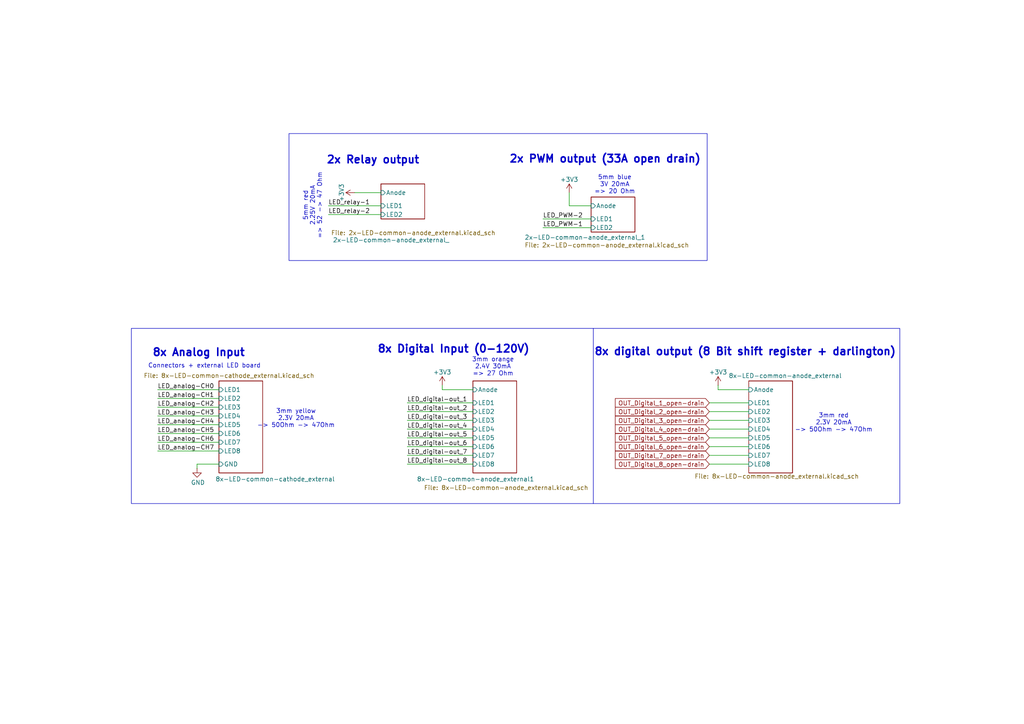
<source format=kicad_sch>
(kicad_sch (version 20231120) (generator "eeschema") (generator_version "8.0")
  (paper "A4")
  (title_block (title "pi-interface-board: LED-boards") (date "2024-11-12") (rev "1.0") (company "SCHERDEL GmbH") (comment 1 "Led boards integrated in housing"))
  (lib_symbols
    (symbol "power:+3V3" (power) (pin_numbers hide) (pin_names (offset 0) hide)
      (property "Value" "+3V3" (at 0 3.556 0))
      (symbol "+3V3_0_1"
        (polyline (pts (xy -0.762 1.27) (xy 0 2.54)))
        (polyline (pts (xy 0 0) (xy 0 2.54)))
        (polyline (pts (xy 0 2.54) (xy 0.762 1.27)))
      )
      (symbol "+3V3_1_1"
        (pin power_in line (at 0 0 90) (length 0) (name "~") (number "1"))
      )
    )
    (symbol "power:GND" (power) (pin_numbers hide) (pin_names (offset 0) hide)
      (property "Value" "GND" (at 0 -3.81 0))
      (symbol "GND_0_1"
        (polyline (pts (xy 0 0) (xy 0 -1.27) (xy 1.27 -1.27) (xy 0 -2.54) (xy -1.27 -1.27) (xy 0 -1.27)))
      )
      (symbol "GND_1_1"
        (pin power_in line (at 0 0 270) (length 0) (name "~") (number "1"))
      )
    )
  )
  (wire (pts (xy 118.11 119.38) (xy 137.16 119.38)))
  (wire (pts (xy 57.15 134.62) (xy 63.5 134.62)))
  (wire (pts (xy 205.74 129.54) (xy 217.17 129.54)))
  (wire (pts (xy 157.48 66.04) (xy 171.45 66.04)))
  (wire (pts (xy 45.72 118.11) (xy 63.5 118.11)))
  (wire (pts (xy 57.15 134.62) (xy 57.15 135.89)))
  (wire (pts (xy 45.72 125.73) (xy 63.5 125.73)))
  (wire (pts (xy 205.74 127) (xy 217.17 127)))
  (wire (pts (xy 102.87 55.88) (xy 110.49 55.88)))
  (wire (pts (xy 165.1 59.69) (xy 171.45 59.69)))
  (wire (pts (xy 118.11 127) (xy 137.16 127)))
  (wire (pts (xy 205.74 134.62) (xy 217.17 134.62)))
  (polyline (pts (xy 172.085 95.25) (xy 172.085 146.05)))
  (wire (pts (xy 208.28 113.03) (xy 217.17 113.03)))
  (wire (pts (xy 45.72 123.19) (xy 63.5 123.19)))
  (wire (pts (xy 45.72 115.57) (xy 63.5 115.57)))
  (wire (pts (xy 128.27 111.76) (xy 128.27 113.03)))
  (wire (pts (xy 128.27 113.03) (xy 137.16 113.03)))
  (wire (pts (xy 45.72 120.65) (xy 63.5 120.65)))
  (wire (pts (xy 205.74 119.38) (xy 217.17 119.38)))
  (wire (pts (xy 45.72 130.81) (xy 63.5 130.81)))
  (wire (pts (xy 118.11 129.54) (xy 137.16 129.54)))
  (wire (pts (xy 205.74 124.46) (xy 217.17 124.46)))
  (wire (pts (xy 118.11 121.92) (xy 137.16 121.92)))
  (wire (pts (xy 118.11 116.84) (xy 137.16 116.84)))
  (wire (pts (xy 45.72 113.03) (xy 63.5 113.03)))
  (wire (pts (xy 157.48 63.5) (xy 171.45 63.5)))
  (wire (pts (xy 45.72 128.27) (xy 63.5 128.27)))
  (wire (pts (xy 95.25 62.23) (xy 110.49 62.23)))
  (wire (pts (xy 205.74 121.92) (xy 217.17 121.92)))
  (wire (pts (xy 208.28 111.76) (xy 208.28 113.03)))
  (wire (pts (xy 205.74 132.08) (xy 217.17 132.08)))
  (wire (pts (xy 95.25 59.69) (xy 110.49 59.69)))
  (wire (pts (xy 118.11 124.46) (xy 137.16 124.46)))
  (wire (pts (xy 118.11 134.62) (xy 137.16 134.62)))
  (wire (pts (xy 118.11 132.08) (xy 137.16 132.08)))
  (wire (pts (xy 205.74 116.84) (xy 217.17 116.84)))
  (wire (pts (xy 165.1 55.88) (xy 165.1 59.69)))
  (rectangle (start 38.1 95.25) (end 260.985 146.05))
  (rectangle (start 83.82 38.735) (end 205.105 75.565))
  (text "2x PWM output (33A open drain)" (at 175.514 46.228 0) (effects (font (size 2.2 2.2) (thickness 0.44) (bold yes))))
  (text "2x Relay output" (at 108.204 46.482 0) (effects (font (size 2.2 2.2) (thickness 0.44) (bold yes))))
  (text "8x digital output (8 Bit shift register + darlington)" (at 216.154 102.108 0) (effects (font (size 2.2 2.2) (thickness 0.44) (bold yes))))
  (text "5mm blue\n3V 20mA\n=> 20 Ohm" (at 178.308 53.594 0) (effects (font (size 1.27 1.27))))
  (text "3mm yellow\n2.3V 20mA\n-> 50Ohm -> 47Ohm" (at 85.852 121.412 0) (effects (font (size 1.27 1.27))))
  (text "Connectors + external LED board" (at 42.926 106.172 0) (effects (font (size 1.27 1.27)) (justify left)))
  (text "3mm red\n2.3V 20mA\n-> 50Ohm -> 47Ohm" (at 241.808 122.682 0) (effects (font (size 1.27 1.27))))
  (text "8x Digital Input (0-120V)" (at 131.572 101.346 0) (effects (font (size 2.2 2.2) (thickness 0.44) (bold yes))))
  (text "3mm orange\n2.4V 30mA\n=> 27 Ohm" (at 143.002 106.426 0) (effects (font (size 1.27 1.27))))
  (text "5mm red\n2.25V 20mA\n=> 52 -> 47 Ohm" (at 90.678 59.69 90) (effects (font (size 1.27 1.27))))
  (text "8x Analog Input" (at 57.658 102.362 0) (effects (font (size 2.2 2.2) (thickness 0.44) (bold yes))))
  (label "LED_digital-out_6" (at 118.11 129.54 0))
  (label "LED_digital-out_3" (at 118.11 121.92 0))
  (label "LED_digital-out_2" (at 118.11 119.38 0))
  (label "LED_PWM-2" (at 157.48 63.5 0))
  (label "LED_digital-out_4" (at 118.11 124.46 0))
  (label "LED_analog-CH7" (at 45.72 130.81 0))
  (label "LED_digital-out_1" (at 118.11 116.84 0))
  (label "LED_digital-out_8" (at 118.11 134.62 0))
  (label "LED_PWM-1" (at 157.48 66.04 0))
  (label "LED_analog-CH6" (at 45.72 128.27 0))
  (label "LED_analog-CH1" (at 45.72 115.57 0))
  (label "LED_analog-CH3" (at 45.72 120.65 0))
  (label "LED_digital-out_7" (at 118.11 132.08 0))
  (label "LED_analog-CH0" (at 45.72 113.03 0))
  (label "LED_relay-2" (at 95.25 62.23 0))
  (label "LED_digital-out_5" (at 118.11 127 0))
  (label "LED_analog-CH2" (at 45.72 118.11 0))
  (label "LED_relay-1" (at 95.25 59.69 0))
  (label "LED_analog-CH5" (at 45.72 125.73 0))
  (label "LED_analog-CH4" (at 45.72 123.19 0))
  (global_label "OUT_Digital_6_open-drain" (shape input) (at 205.74 129.54 180) (property "Intersheetrefs" "${INTERSHEET_REFS}" (effects (hide yes))))
  (global_label "OUT_Digital_7_open-drain" (shape input) (at 205.74 132.08 180) (property "Intersheetrefs" "${INTERSHEET_REFS}" (effects (hide yes))))
  (global_label "OUT_Digital_3_open-drain" (shape input) (at 205.74 121.92 180) (property "Intersheetrefs" "${INTERSHEET_REFS}" (effects (hide yes))))
  (global_label "OUT_Digital_1_open-drain" (shape input) (at 205.74 116.84 180) (property "Intersheetrefs" "${INTERSHEET_REFS}" (effects (hide yes))))
  (global_label "OUT_Digital_5_open-drain" (shape input) (at 205.74 127 180) (property "Intersheetrefs" "${INTERSHEET_REFS}" (effects (hide yes))))
  (global_label "OUT_Digital_4_open-drain" (shape input) (at 205.74 124.46 180) (property "Intersheetrefs" "${INTERSHEET_REFS}" (effects (hide yes))))
  (global_label "OUT_Digital_8_open-drain" (shape input) (at 205.74 134.62 180) (property "Intersheetrefs" "${INTERSHEET_REFS}" (effects (hide yes))))
  (global_label "OUT_Digital_2_open-drain" (shape input) (at 205.74 119.38 180) (property "Intersheetrefs" "${INTERSHEET_REFS}" (effects (hide yes))))
  (symbol (lib_id "power:+3V3") (at 128.27 111.76 0) (unit 1)
    (property "Reference" "#PWR053" (effects (hide yes)))
    (property "Value" "+3V3" (at 128.27 107.95 0))
    (property "Description" "Power symbol creates a global label with name \"+3V3\"" (effects (hide yes)))
  )
  (symbol (lib_id "power:+3V3") (at 208.28 111.76 0) (unit 1)
    (property "Reference" "#PWR035" (effects (hide yes)))
    (property "Value" "+3V3" (at 208.28 107.95 0))
    (property "Description" "Power symbol creates a global label with name \"+3V3\"" (effects (hide yes)))
  )
  (symbol (lib_id "power:GND") (at 57.15 135.89 0) (unit 1)
    (property "Reference" "#PWR049" (effects (hide yes)))
    (property "Value" "GND" (at 57.404 139.954 0))
    (property "Description" "Power symbol creates a global label with name \"GND\" , ground" (effects (hide yes)))
  )
  (symbol (lib_id "power:+3V3") (at 165.1 55.88 0) (unit 1)
    (property "Reference" "#PWR056" (effects (hide yes)))
    (property "Value" "+3V3" (at 165.1 52.07 0))
    (property "Description" "Power symbol creates a global label with name \"+3V3\"" (effects (hide yes)))
  )
  (symbol (lib_id "power:+3V3") (at 102.87 55.88 90) (unit 1)
    (property "Reference" "#PWR058" (effects (hide yes)))
    (property "Value" "+3V3" (at 99.06 55.88 0))
    (property "Description" "Power symbol creates a global label with name \"+3V3\"" (effects (hide yes)))
  )
  (sheet (at 63.5 110.49) (size 12.7 26.67) (stroke (width 0.1524))
    (property "Sheetname" "8x-LED-common-cathode_external" (at 62.484 139.7 0) (effects (justify left bottom)))
    (property "Sheetfile" "8x-LED-common-cathode_external.kicad_sch" (at 41.656 108.204 0) (effects (justify left top)))
    (pin "LED5" input (at 63.5 123.19 180))
    (pin "LED3" input (at 63.5 118.11 180))
    (pin "LED4" input (at 63.5 120.65 180))
    (pin "LED7" input (at 63.5 128.27 180))
    (pin "GND" input (at 63.5 134.62 180))
    (pin "LED6" input (at 63.5 125.73 180))
    (pin "LED8" input (at 63.5 130.81 180))
    (pin "LED2" input (at 63.5 115.57 180))
    (pin "LED1" input (at 63.5 113.03 180))
  )
  (sheet (at 217.17 110.49) (size 12.7 26.67) (stroke (width 0.1524))
    (property "Sheetname" "8x-LED-common-anode_external" (at 211.328 109.728 0) (effects (justify left bottom)))
    (property "Sheetfile" "8x-LED-common-anode_external.kicad_sch" (at 201.422 137.414 0) (effects (justify left top)))
    (pin "LED1" input (at 217.17 116.84 180))
    (pin "LED2" input (at 217.17 119.38 180))
    (pin "LED3" input (at 217.17 121.92 180))
    (pin "LED4" input (at 217.17 124.46 180))
    (pin "LED5" input (at 217.17 127 180))
    (pin "LED7" input (at 217.17 132.08 180))
    (pin "LED8" input (at 217.17 134.62 180))
    (pin "LED6" input (at 217.17 129.54 180))
    (pin "Anode" input (at 217.17 113.03 180))
  )
  (sheet (at 110.49 53.34) (size 12.7 10.16) (stroke (width 0.1524))
    (property "Sheetname" "2x-LED-common-anode_external_" (at 96.52 70.358 0) (effects (justify left bottom)))
    (property "Sheetfile" "2x-LED-common-anode_external.kicad_sch" (at 96.012 66.802 0) (effects (justify left top)))
    (pin "LED1" input (at 110.49 59.69 180))
    (pin "Anode" input (at 110.49 55.88 180))
    (pin "LED2" input (at 110.49 62.23 180))
  )
  (sheet (at 171.45 57.15) (size 12.7 10.16) (stroke (width 0.1524))
    (property "Sheetname" "2x-LED-common-anode_external_1" (at 152.146 69.596 0) (effects (justify left bottom)))
    (property "Sheetfile" "2x-LED-common-anode_external.kicad_sch" (at 152.146 70.358 0) (effects (justify left top)))
    (pin "LED1" input (at 171.45 63.5 180))
    (pin "Anode" input (at 171.45 59.69 180))
    (pin "LED2" input (at 171.45 66.04 180))
  )
  (sheet (at 137.16 110.49) (size 12.7 26.67) (stroke (width 0.1524))
    (property "Sheetname" "8x-LED-common-anode_external1" (at 120.904 139.7 0) (effects (justify left bottom)))
    (property "Sheetfile" "8x-LED-common-anode_external.kicad_sch" (at 122.936 140.716 0) (effects (justify left top)))
    (pin "LED1" input (at 137.16 116.84 180))
    (pin "LED2" input (at 137.16 119.38 180))
    (pin "LED3" input (at 137.16 121.92 180))
    (pin "LED4" input (at 137.16 124.46 180))
    (pin "LED5" input (at 137.16 127 180))
    (pin "LED7" input (at 137.16 132.08 180))
    (pin "LED8" input (at 137.16 134.62 180))
    (pin "LED6" input (at 137.16 129.54 180))
    (pin "Anode" input (at 137.16 113.03 180))
  )
)
</source>
